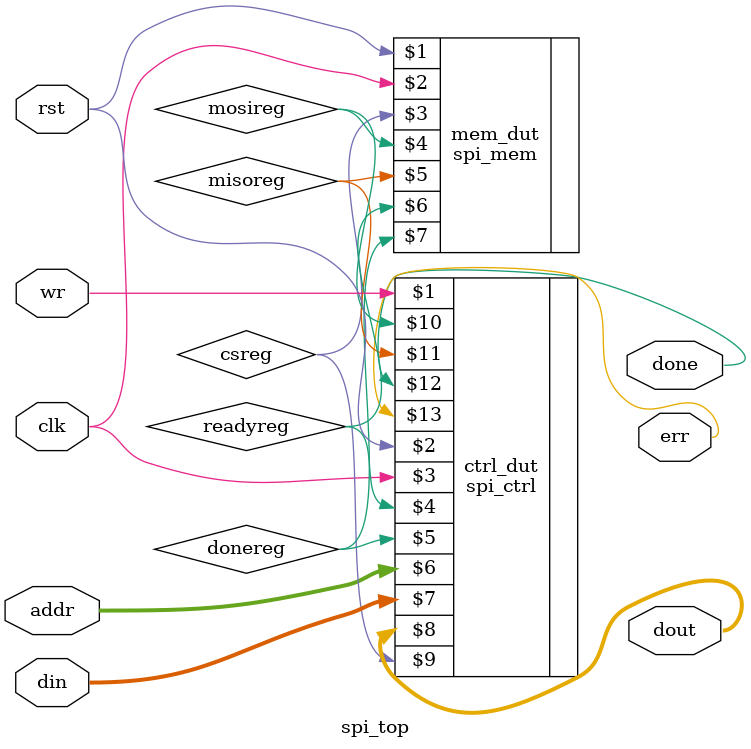
<source format=sv>
`include "spi_ctrl.sv"
`include "spi_mem.sv"

module spi_top(
    input wr, clk, rst,
    input [7:0] addr, din,
    output [7:0] dout,
    output done, err
);

    wire mosireg, misoreg, csreg, readyreg, donereg;

    spi_ctrl ctrl_dut(wr, rst, clk, readyreg, donereg, addr, din, dout, csreg, mosireg, misoreg, done, err);
    spi_mem mem_dut(rst, clk, csreg, mosireg, misoreg, readyreg, donereg);
endmodule: spi_top

</source>
